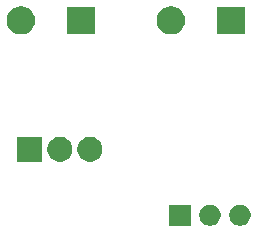
<source format=gbr>
G04 #@! TF.GenerationSoftware,KiCad,Pcbnew,5.1.5-52549c5~86~ubuntu16.04.1*
G04 #@! TF.CreationDate,2020-07-28T22:18:50+05:30*
G04 #@! TF.ProjectId,IRF520_MOSFET_Driver_V1.0,49524635-3230-45f4-9d4f-534645545f44,v1.0*
G04 #@! TF.SameCoordinates,Original*
G04 #@! TF.FileFunction,Soldermask,Bot*
G04 #@! TF.FilePolarity,Negative*
%FSLAX46Y46*%
G04 Gerber Fmt 4.6, Leading zero omitted, Abs format (unit mm)*
G04 Created by KiCad (PCBNEW 5.1.5-52549c5~86~ubuntu16.04.1) date 2020-07-28 22:18:50*
%MOMM*%
%LPD*%
G04 APERTURE LIST*
%ADD10C,0.100000*%
G04 APERTURE END LIST*
D10*
G36*
X139813512Y-85463927D02*
G01*
X139962812Y-85493624D01*
X140126784Y-85561544D01*
X140274354Y-85660147D01*
X140399853Y-85785646D01*
X140498456Y-85933216D01*
X140566376Y-86097188D01*
X140601000Y-86271259D01*
X140601000Y-86448741D01*
X140566376Y-86622812D01*
X140498456Y-86786784D01*
X140399853Y-86934354D01*
X140274354Y-87059853D01*
X140126784Y-87158456D01*
X139962812Y-87226376D01*
X139813512Y-87256073D01*
X139788742Y-87261000D01*
X139611258Y-87261000D01*
X139586488Y-87256073D01*
X139437188Y-87226376D01*
X139273216Y-87158456D01*
X139125646Y-87059853D01*
X139000147Y-86934354D01*
X138901544Y-86786784D01*
X138833624Y-86622812D01*
X138799000Y-86448741D01*
X138799000Y-86271259D01*
X138833624Y-86097188D01*
X138901544Y-85933216D01*
X139000147Y-85785646D01*
X139125646Y-85660147D01*
X139273216Y-85561544D01*
X139437188Y-85493624D01*
X139586488Y-85463927D01*
X139611258Y-85459000D01*
X139788742Y-85459000D01*
X139813512Y-85463927D01*
G37*
G36*
X138061000Y-87261000D02*
G01*
X136259000Y-87261000D01*
X136259000Y-85459000D01*
X138061000Y-85459000D01*
X138061000Y-87261000D01*
G37*
G36*
X142353512Y-85463927D02*
G01*
X142502812Y-85493624D01*
X142666784Y-85561544D01*
X142814354Y-85660147D01*
X142939853Y-85785646D01*
X143038456Y-85933216D01*
X143106376Y-86097188D01*
X143141000Y-86271259D01*
X143141000Y-86448741D01*
X143106376Y-86622812D01*
X143038456Y-86786784D01*
X142939853Y-86934354D01*
X142814354Y-87059853D01*
X142666784Y-87158456D01*
X142502812Y-87226376D01*
X142353512Y-87256073D01*
X142328742Y-87261000D01*
X142151258Y-87261000D01*
X142126488Y-87256073D01*
X141977188Y-87226376D01*
X141813216Y-87158456D01*
X141665646Y-87059853D01*
X141540147Y-86934354D01*
X141441544Y-86786784D01*
X141373624Y-86622812D01*
X141339000Y-86448741D01*
X141339000Y-86271259D01*
X141373624Y-86097188D01*
X141441544Y-85933216D01*
X141540147Y-85785646D01*
X141665646Y-85660147D01*
X141813216Y-85561544D01*
X141977188Y-85493624D01*
X142126488Y-85463927D01*
X142151258Y-85459000D01*
X142328742Y-85459000D01*
X142353512Y-85463927D01*
G37*
G36*
X129846564Y-79761389D02*
G01*
X130037833Y-79840615D01*
X130037835Y-79840616D01*
X130209973Y-79955635D01*
X130356365Y-80102027D01*
X130471385Y-80274167D01*
X130550611Y-80465436D01*
X130591000Y-80668484D01*
X130591000Y-80875516D01*
X130550611Y-81078564D01*
X130471385Y-81269833D01*
X130471384Y-81269835D01*
X130356365Y-81441973D01*
X130209973Y-81588365D01*
X130037835Y-81703384D01*
X130037834Y-81703385D01*
X130037833Y-81703385D01*
X129846564Y-81782611D01*
X129643516Y-81823000D01*
X129436484Y-81823000D01*
X129233436Y-81782611D01*
X129042167Y-81703385D01*
X129042166Y-81703385D01*
X129042165Y-81703384D01*
X128870027Y-81588365D01*
X128723635Y-81441973D01*
X128608616Y-81269835D01*
X128608615Y-81269833D01*
X128529389Y-81078564D01*
X128489000Y-80875516D01*
X128489000Y-80668484D01*
X128529389Y-80465436D01*
X128608615Y-80274167D01*
X128723635Y-80102027D01*
X128870027Y-79955635D01*
X129042165Y-79840616D01*
X129042167Y-79840615D01*
X129233436Y-79761389D01*
X129436484Y-79721000D01*
X129643516Y-79721000D01*
X129846564Y-79761389D01*
G37*
G36*
X127306564Y-79761389D02*
G01*
X127497833Y-79840615D01*
X127497835Y-79840616D01*
X127669973Y-79955635D01*
X127816365Y-80102027D01*
X127931385Y-80274167D01*
X128010611Y-80465436D01*
X128051000Y-80668484D01*
X128051000Y-80875516D01*
X128010611Y-81078564D01*
X127931385Y-81269833D01*
X127931384Y-81269835D01*
X127816365Y-81441973D01*
X127669973Y-81588365D01*
X127497835Y-81703384D01*
X127497834Y-81703385D01*
X127497833Y-81703385D01*
X127306564Y-81782611D01*
X127103516Y-81823000D01*
X126896484Y-81823000D01*
X126693436Y-81782611D01*
X126502167Y-81703385D01*
X126502166Y-81703385D01*
X126502165Y-81703384D01*
X126330027Y-81588365D01*
X126183635Y-81441973D01*
X126068616Y-81269835D01*
X126068615Y-81269833D01*
X125989389Y-81078564D01*
X125949000Y-80875516D01*
X125949000Y-80668484D01*
X125989389Y-80465436D01*
X126068615Y-80274167D01*
X126183635Y-80102027D01*
X126330027Y-79955635D01*
X126502165Y-79840616D01*
X126502167Y-79840615D01*
X126693436Y-79761389D01*
X126896484Y-79721000D01*
X127103516Y-79721000D01*
X127306564Y-79761389D01*
G37*
G36*
X125511000Y-81823000D02*
G01*
X123409000Y-81823000D01*
X123409000Y-79721000D01*
X125511000Y-79721000D01*
X125511000Y-81823000D01*
G37*
G36*
X124048318Y-68695153D02*
G01*
X124266885Y-68785687D01*
X124266887Y-68785688D01*
X124463593Y-68917122D01*
X124630878Y-69084407D01*
X124762312Y-69281113D01*
X124762313Y-69281115D01*
X124852847Y-69499682D01*
X124899000Y-69731710D01*
X124899000Y-69968290D01*
X124852847Y-70200318D01*
X124762313Y-70418885D01*
X124762312Y-70418887D01*
X124630878Y-70615593D01*
X124463593Y-70782878D01*
X124266887Y-70914312D01*
X124266886Y-70914313D01*
X124266885Y-70914313D01*
X124048318Y-71004847D01*
X123816290Y-71051000D01*
X123579710Y-71051000D01*
X123347682Y-71004847D01*
X123129115Y-70914313D01*
X123129114Y-70914313D01*
X123129113Y-70914312D01*
X122932407Y-70782878D01*
X122765122Y-70615593D01*
X122633688Y-70418887D01*
X122633687Y-70418885D01*
X122543153Y-70200318D01*
X122497000Y-69968290D01*
X122497000Y-69731710D01*
X122543153Y-69499682D01*
X122633687Y-69281115D01*
X122633688Y-69281113D01*
X122765122Y-69084407D01*
X122932407Y-68917122D01*
X123129113Y-68785688D01*
X123129115Y-68785687D01*
X123347682Y-68695153D01*
X123579710Y-68649000D01*
X123816290Y-68649000D01*
X124048318Y-68695153D01*
G37*
G36*
X136748318Y-68695153D02*
G01*
X136966885Y-68785687D01*
X136966887Y-68785688D01*
X137163593Y-68917122D01*
X137330878Y-69084407D01*
X137462312Y-69281113D01*
X137462313Y-69281115D01*
X137552847Y-69499682D01*
X137599000Y-69731710D01*
X137599000Y-69968290D01*
X137552847Y-70200318D01*
X137462313Y-70418885D01*
X137462312Y-70418887D01*
X137330878Y-70615593D01*
X137163593Y-70782878D01*
X136966887Y-70914312D01*
X136966886Y-70914313D01*
X136966885Y-70914313D01*
X136748318Y-71004847D01*
X136516290Y-71051000D01*
X136279710Y-71051000D01*
X136047682Y-71004847D01*
X135829115Y-70914313D01*
X135829114Y-70914313D01*
X135829113Y-70914312D01*
X135632407Y-70782878D01*
X135465122Y-70615593D01*
X135333688Y-70418887D01*
X135333687Y-70418885D01*
X135243153Y-70200318D01*
X135197000Y-69968290D01*
X135197000Y-69731710D01*
X135243153Y-69499682D01*
X135333687Y-69281115D01*
X135333688Y-69281113D01*
X135465122Y-69084407D01*
X135632407Y-68917122D01*
X135829113Y-68785688D01*
X135829115Y-68785687D01*
X136047682Y-68695153D01*
X136279710Y-68649000D01*
X136516290Y-68649000D01*
X136748318Y-68695153D01*
G37*
G36*
X129929000Y-71001000D02*
G01*
X127627000Y-71001000D01*
X127627000Y-68699000D01*
X129929000Y-68699000D01*
X129929000Y-71001000D01*
G37*
G36*
X142629000Y-71001000D02*
G01*
X140327000Y-71001000D01*
X140327000Y-68699000D01*
X142629000Y-68699000D01*
X142629000Y-71001000D01*
G37*
M02*

</source>
